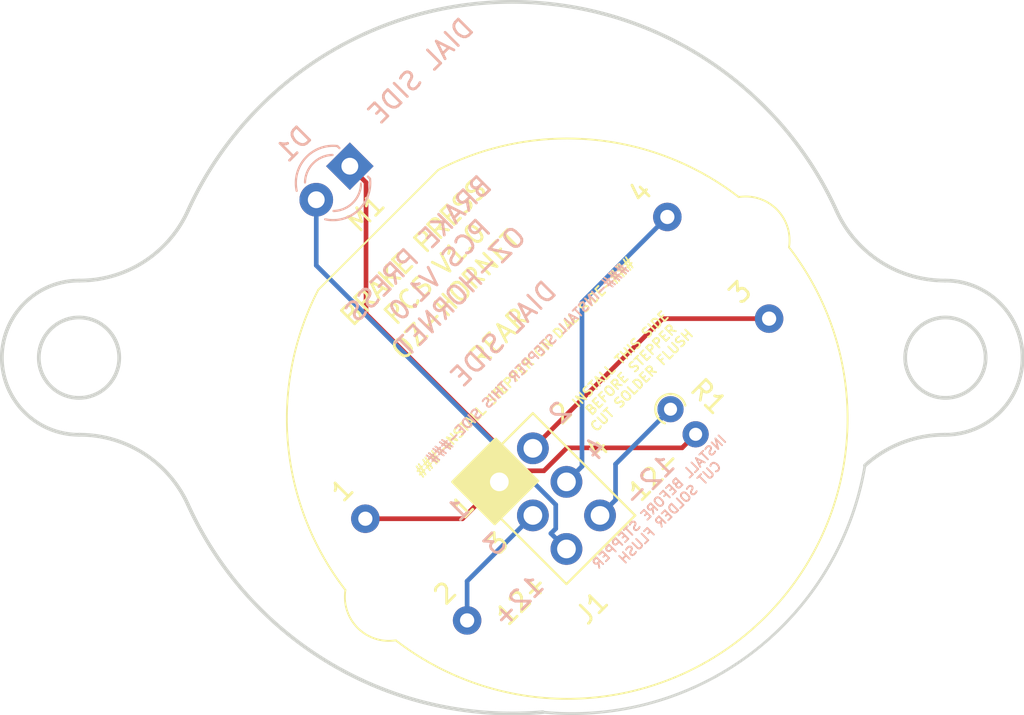
<source format=kicad_pcb>
(kicad_pcb (version 20221018) (generator pcbnew)
  (layers (0 "F.Cu" signal) (31 "B.Cu" signal) (34 "B.Paste" user) (35 "F.Paste" user) (36 "B.SilkS" user "B.Silkscreen") (37 "F.SilkS" user "F.Silkscreen") (38 "B.Mask" user) (39 "F.Mask" user) (44 "Edge.Cuts" user))
  (net 0 "")
  (net 1 "Net-(D1-Pad1)")
  (net 2 "/LED-12V")
  (net 3 "/LED+12V")
  (net 4 "/STEPPER-1-1")
  (net 5 "/STEPPER-1-2")
  (net 6 "/STEPPER-1-3")
  (net 7 "/STEPPER-1-4")
  (footprint "Connector_PinHeader_2.54mm:PinHeader_2x03_P2.54mm_Vertical" (layer "F.Cu") (at 106.15 80.6 45)
    (fp_text reference "J1" (at -1.272792 8.273149 45) (layer "F.SilkS"))
    (fp_text value "Conn_02x03_Odd_Even" hide)
    (fp_line (start -1.33 -1.33) (end 0 -1.33) (stroke (width 0.12)) (layer "F.SilkS"))
    (fp_line (start -1.33 0) (end -1.33 -1.33) (stroke (width 0.12)) (layer "F.SilkS"))
    (fp_line (start -1.33 1.27) (end -1.33 6.41) (stroke (width 0.12)) (layer "F.SilkS"))
    (fp_line (start -1.33 1.27) (end 1.27 1.27) (stroke (width 0.12)) (layer "F.SilkS"))
    (fp_line (start -1.33 6.41) (end 3.87 6.41) (stroke (width 0.12)) (layer "F.SilkS"))
    (fp_line (start 1.27 -1.33) (end 3.87 -1.33) (stroke (width 0.12)) (layer "F.SilkS"))
    (fp_line (start 1.27 1.27) (end 1.27 -1.33) (stroke (width 0.12)) (layer "F.SilkS"))
    (fp_line (start 3.87 -1.33) (end 3.87 6.41) (stroke (width 0.12)) (layer "F.SilkS"))
    (pad "1" thru_hole rect (at 0 0 45) (size 1.7 1.7) (drill 1) (layers "*.Cu" "*.Mask") (net 4 "/STEPPER-1-1"))
    (pad "2" thru_hole oval (at 2.54 0 45) (size 1.7 1.7) (drill 1) (layers "*.Cu" "*.Mask") (net 6 "/STEPPER-1-3"))
    (pad "3" thru_hole oval (at 0 2.54 45) (size 1.7 1.7) (drill 1) (layers "*.Cu" "*.Mask") (net 5 "/STEPPER-1-2"))
    (pad "4" thru_hole oval (at 2.54 2.54 45) (size 1.7 1.7) (drill 1) (layers "*.Cu" "*.Mask") (net 7 "/STEPPER-1-4"))
    (pad "5" thru_hole oval (at 0 5.08 45) (size 1.7 1.7) (drill 1) (layers "*.Cu" "*.Mask") (net 3 "/LED+12V"))
    (pad "6" thru_hole oval (at 2.54 5.08 45) (size 1.7 1.7) (drill 1) (layers "*.Cu" "*.Mask") (net 2 "/LED-12V"))
  )
  (footprint "Resistor_THT:R_Axial_DIN0204_L3.6mm_D1.6mm_P1.90mm_Vertical" (layer "F.Cu") (at 115.3101 76.7101 -45)
    (fp_text reference "R1" (at 0.95 -1.92 135) (layer "F.SilkS"))
    (fp_text value "R")
    (fp_arc (start 0.320095 0.749359) (mid -0.813042 -0.054435) (end 0.417133 -0.7) (stroke (width 0.12)) (layer "F.SilkS"))
    (pad "1" thru_hole circle (at 0 0 315) (size 1.4 1.4) (drill 0.7) (layers "*.Cu" "*.Mask") (net 2 "/LED-12V"))
    (pad "2" thru_hole oval (at 1.9 0 315) (size 1.4 1.4) (drill 0.7) (layers "*.Cu" "*.Mask") (net 1 "Net-(D1-Pad1)"))
  )
  (footprint "ben:VID29-02" (layer "F.Cu") (at 109.9 77.1 45)
    (fp_text reference "M1" (at 0 -15.4 45) (layer "F.SilkS"))
    (fp_text value "Stepper_Motor_bipolar" hide)
    (fp_line (start -4.693796 -14.3) (end 4.363796 -14.3) (stroke (width 0.1)) (layer "F.SilkS"))
    (fp_arc (start -15.042514 -1.912994) (mid -11.676329 -9.617135) (end -4.693796 -14.299999) (stroke (width 0.1)) (layer "F.SilkS"))
    (fp_arc (start -15.042154 1.904192) (mid -16.015 0.001014) (end -15.043796 -1.903003) (stroke (width 0.1)) (layer "F.SilkS"))
    (fp_arc (start 4.373398 -14.296955) (mid 11.352785 -9.609402) (end 14.713796 -1.903003) (stroke (width 0.1)) (layer "F.SilkS"))
    (fp_arc (start 14.712154 -1.904192) (mid 15.685 -0.001014) (end 14.713796 1.903003) (stroke (width 0.1)) (layer "F.SilkS"))
    (fp_arc (start 14.713036 1.908935) (mid -0.167991 14.999999) (end -15.043796 1.903003) (stroke (width 0.1)) (layer "F.SilkS"))
    (pad "" np_thru_hole circle (at -13.665 0 45) (size 2.2 2.2) (drill 2.2) (layers "*.Cu" "*.Mask"))
    (pad "" np_thru_hole circle (at -9.165 -9 45) (size 2.5 2.5) (drill 2.5) (layers "*.Cu" "*.Mask"))
    (pad "" np_thru_hole circle (at -0.165 10 45) (size 3.8 3.8) (drill 3.8) (layers "*.Cu" "*.Mask"))
    (pad "" np_thru_hole circle (at 13.335 0 45) (size 2.2 2.2) (drill 2.2) (layers "*.Cu" "*.Mask"))
    (pad "1" thru_hole circle (at -11.59 -3.85 45) (size 1.524 1.524) (drill 0.762) (layers "*.Cu" "*.Mask") (net 4 "/STEPPER-1-1"))
    (pad "2" thru_hole circle (at -11.59 3.85 45) (size 1.524 1.524) (drill 0.762) (layers "*.Cu" "*.Mask") (net 5 "/STEPPER-1-2"))
    (pad "3" thru_hole circle (at 11.26 3.85 45) (size 1.524 1.524) (drill 0.762) (layers "*.Cu" "*.Mask") (net 6 "/STEPPER-1-3"))
    (pad "4" thru_hole circle (at 11.26 -3.85 45) (size 1.524 1.524) (drill 0.762) (layers "*.Cu" "*.Mask") (net 7 "/STEPPER-1-4"))
  )
  (footprint "LED_THT:LED_D3.0mm_Clear" (layer "B.Cu") (at 98.1516 63.6984 -135)
    (fp_text reference "D1" (at 1.270001 2.96 45) (layer "B.SilkS") (effects (justify mirror)))
    (fp_text value "LED")
    (fp_line (start -0.29 -1.08) (end -0.29 -1.236) (stroke (width 0.12)) (layer "B.SilkS"))
    (fp_line (start -0.29 1.236) (end -0.29 1.08) (stroke (width 0.12)) (layer "B.SilkS"))
    (fp_arc (start -0.29 -1.235516) (mid 1.366487 -1.987659) (end 2.942335 -1.078608) (stroke (width 0.12)) (layer "B.SilkS"))
    (fp_arc (start 0.229039 -1.08) (mid 1.270118 -1.5) (end 2.31113 -1.079837) (stroke (width 0.12)) (layer "B.SilkS"))
    (fp_arc (start 2.31113 1.079837) (mid 1.270117 1.5) (end 0.229039 1.08) (stroke (width 0.12)) (layer "B.SilkS"))
    (fp_arc (start 2.942335 1.078608) (mid 1.366487 1.987659) (end -0.29 1.235516) (stroke (width 0.12)) (layer "B.SilkS"))
    (pad "1" thru_hole rect (at 0 0 225) (size 1.8 1.8) (drill 0.9) (layers "*.Cu" "*.Mask") (net 1 "Net-(D1-Pad1)"))
    (pad "2" thru_hole circle (at 2.54 0 225) (size 1.8 1.8) (drill 0.9) (layers "*.Cu" "*.Mask") (net 3 "/LED+12V"))
  )
  (gr_poly (pts (xy 108.2 80.55) (xy 105.9 82.85) (xy 103.65 80.6) (xy 105.95 78.3)) (stroke (width 0.15)) (fill solid) (layer "F.SilkS"))
  (gr_line (start 130.01706 69.822583) (end 129.977883 69.822583) (stroke (width 0.2)) (layer "Edge.Cuts"))
  (gr_arc (start 89.485818 66.091958) (mid 87.142853 68.809031) (end 83.701237 69.822583) (stroke (width 0.2)) (layer "Edge.Cuts"))
  (gr_arc (start 83.701237 78.077583) (mid 87.142864 79.091118) (end 89.485818 81.808208) (stroke (width 0.2)) (layer "Edge.Cuts"))
  (gr_arc (start 125.712858 79.723111) (mid 127.692155 78.503231) (end 129.977883 78.077583) (stroke (width 0.2)) (layer "Edge.Cuts"))
  (gr_arc (start 89.485818 66.091958) (mid 106.83956 54.900083) (end 124.193302 66.091958) (stroke (width 0.2)) (layer "Edge.Cuts"))
  (gr_arc (start 83.66206 78.077583) (mid 79.53456 73.950083) (end 83.66206 69.822583) (stroke (width 0.2)) (layer "Edge.Cuts"))
  (gr_line (start 83.66206 78.077583) (end 83.701237 78.077583) (stroke (width 0.2)) (layer "Edge.Cuts"))
  (gr_arc (start 108.479078 92.9294) (mid 97.213843 90.389306) (end 89.485818 81.808208) (stroke (width 0.2)) (layer "Edge.Cuts"))
  (gr_circle (center 130.01706 73.950083) (end 127.86441 73.950083) (stroke (width 0.2)) (fill none) (layer "Edge.Cuts"))
  (gr_arc (start 125.712858 79.723111) (mid 119.702734 89.728001) (end 108.479078 92.9294) (stroke (width 0.15)) (layer "Edge.Cuts"))
  (gr_arc (start 129.977883 69.822583) (mid 126.536265 68.809039) (end 124.193302 66.091958) (stroke (width 0.2)) (layer "Edge.Cuts"))
  (gr_line (start 129.977883 78.077583) (end 130.01706 78.077583) (stroke (width 0.2)) (layer "Edge.Cuts"))
  (gr_arc (start 130.01706 69.822583) (mid 134.14456 73.950083) (end 130.01706 78.077583) (stroke (width 0.2)) (layer "Edge.Cuts"))
  (gr_circle (center 83.66206 73.950083) (end 81.50941 73.950083) (stroke (width 0.2)) (fill none) (layer "Edge.Cuts"))
  (gr_line (start 83.701237 69.822583) (end 83.66206 69.822583) (stroke (width 0.2)) (layer "Edge.Cuts"))
  (gr_text "3" (at 105.9 83.95 45) (layer "B.SilkS") (effects (font (size 1 1)) (justify mirror)))
  (gr_text "BRAKE PRESS\nPCS V1.0\nOZ-HORNET\n\nDIAL SIDE" (at 104.1 70.4 45) (layer "B.SilkS") (effects (font (size 1 1)) (justify mirror)))
  (gr_text "12-" (at 114.15 80.55 45) (layer "B.SilkS") (effects (font (size 1 1)) (justify mirror)))
  (gr_text "12+" (at 107.15 87 45) (layer "B.SilkS") (effects (font (size 1 1)) (justify mirror)))
  (gr_text "###-INSTALL STEPPER THIS SIDE-###" (at 107.65 74.25 45) (layer "B.SilkS") (effects (font (size 0.5 0.5) (thickness 0.1)) (justify mirror)))
  (gr_text "1" (at 103.95 82.1 45) (layer "B.SilkS") (effects (font (size 1 1)) (justify mirror)))
  (gr_text "INSTALL BEFORE STEPPER\nCUT SOLDER FLUSH" (at 115 81.95 45) (layer "B.SilkS") (effects (font (size 0.5 0.5) (thickness 0.1)) (justify mirror)))
  (gr_text "2" (at 109.4 76.9 45) (layer "B.SilkS") (effects (font (size 1 1)) (justify mirror)))
  (gr_text "4" (at 111.3 78.85 45) (layer "B.SilkS") (effects (font (size 1 1)) (justify mirror)))
  (gr_text "DIAL SIDE" (at 101.95 58.6 45) (layer "B.SilkS") (effects (font (size 1 1)) (justify mirror)))
  (gr_text "4" (at 111.4 78.8 45) (layer "F.SilkS") (effects (font (size 1 1))))
  (gr_text "BRAKE PRESS\nPCS V1.0\nOZ-HORNET\n\nREAR" (at 103.85 70.6 45) (layer "F.SilkS") (effects (font (size 1 1))))
  (gr_text "1" (at 97.75 81.05 45) (layer "F.SilkS") (effects (font (size 1 1))))
  (gr_text "12-" (at 114.45 80.25 45) (layer "F.SilkS") (effects (font (size 1 1))))
  (gr_text "1" (at 104.2 81.95 45) (layer "F.SilkS") (effects (font (size 1 1))))
  (gr_text "4" (at 113.7 65.1 45) (layer "F.SilkS") (effects (font (size 1 1))))
  (gr_text "2" (at 103.25 86.55 45) (layer "F.SilkS") (effects (font (size 1 1))))
  (gr_text "###-INSTALL STEPPER ON DIAL SIDE-###" (at 107.5 74.45 45) (layer "F.SilkS") (effects (font (size 0.5 0.5) (thickness 0.1))))
  (gr_text "3" (at 106.05 83.9 45) (layer "F.SilkS") (effects (font (size 1 1))))
  (gr_text "2" (at 109.45 76.9 45) (layer "F.SilkS") (effects (font (size 1 1))))
  (gr_text "3" (at 119.05 70.45 45) (layer "F.SilkS") (effects (font (size 1 1))))
  (gr_text "INSTALL THIS SIDE\nBEFORE STEPPER\nCUT SOLDER FLUSH" (at 113.2 74.6 45) (layer "F.SilkS") (effects (font (size 0.5 0.5) (thickness 0.1))))
  (gr_text "12+" (at 107.35 86.9 45) (layer "F.SilkS") (effects (font (size 1 1))))
  (segment (start 107.4236 80.0067) (end 108.5394 80.0067) (width 0.25) (layer "F.Cu") (net 1))
  (segment (start 99.018 71.6011) (end 107.4236 80.0067) (width 0.25) (layer "F.Cu") (net 1))
  (segment (start 99.018 64.5648) (end 99.018 71.6011) (width 0.25) (layer "F.Cu") (net 1))
  (segment (start 108.5394 80.0067) (end 109.7675 78.7786) (width 0.25) (layer "F.Cu") (net 1))
  (segment (start 116.6536 78.0536) (end 115.9286 78.7786) (width 0.25) (layer "F.Cu") (net 1))
  (segment (start 109.7675 78.7786) (end 115.9286 78.7786) (width 0.25) (layer "F.Cu") (net 1))
  (segment (start 98.1516 63.6984) (end 99.018 64.5648) (width 0.25) (layer "F.Cu") (net 1))
  (segment (start 112.3692 81.565) (end 112.3693 81.565) (width 0.25) (layer "B.Cu") (net 2))
  (segment (start 112.3692 79.651) (end 112.3692 81.565) (width 0.25) (layer "B.Cu") (net 2))
  (segment (start 111.5382 82.3961) (end 112.3693 81.565) (width 0.25) (layer "B.Cu") (net 2))
  (segment (start 115.3101 76.7101) (end 112.3692 79.651) (width 0.25) (layer "B.Cu") (net 2))
  (segment (start 109.1692 81.823) (end 109.1692 83.1029) (width 0.25) (layer "B.Cu") (net 3))
  (segment (start 109.7421 84.1921) (end 108.9111 83.361) (width 0.25) (layer "B.Cu") (net 3))
  (segment (start 96.3555 69.0093) (end 109.1692 81.823) (width 0.25) (layer "B.Cu") (net 3))
  (segment (start 109.1692 83.1029) (end 108.9111 83.361) (width 0.25) (layer "B.Cu") (net 3))
  (segment (start 96.3555 65.4945) (end 96.3555 69.0093) (width 0.25) (layer "B.Cu") (net 3))
  (segment (start 98.9823 82.573) (end 104.177 82.573) (width 0.25) (layer "F.Cu") (net 4))
  (segment (start 104.177 82.573) (end 106.15 80.6) (width 0.25) (layer "F.Cu") (net 4))
  (segment (start 104.427 88.0177) (end 104.427 85.9152) (width 0.25) (layer "B.Cu") (net 5))
  (segment (start 104.427 85.9152) (end 107.9461 82.3961) (width 0.25) (layer "B.Cu") (net 5))
  (segment (start 114.8897 71.8603) (end 107.9461 78.8039) (width 0.25) (layer "F.Cu") (net 6))
  (segment (start 120.5844 71.8603) (end 114.8897 71.8603) (width 0.25) (layer "F.Cu") (net 6))
  (segment (start 109.7421 80.6) (end 110.5732 79.7689) (width 0.25) (layer "B.Cu") (net 7))
  (segment (start 115.1397 66.4156) (end 110.5731 70.9822) (width 0.25) (layer "B.Cu") (net 7))
  (segment (start 110.5731 79.7689) (end 110.5732 79.7689) (width 0.25) (layer "B.Cu") (net 7))
  (segment (start 110.5731 70.9822) (end 110.5731 79.7689) (width 0.25) (layer "B.Cu") (net 7))
)
</source>
